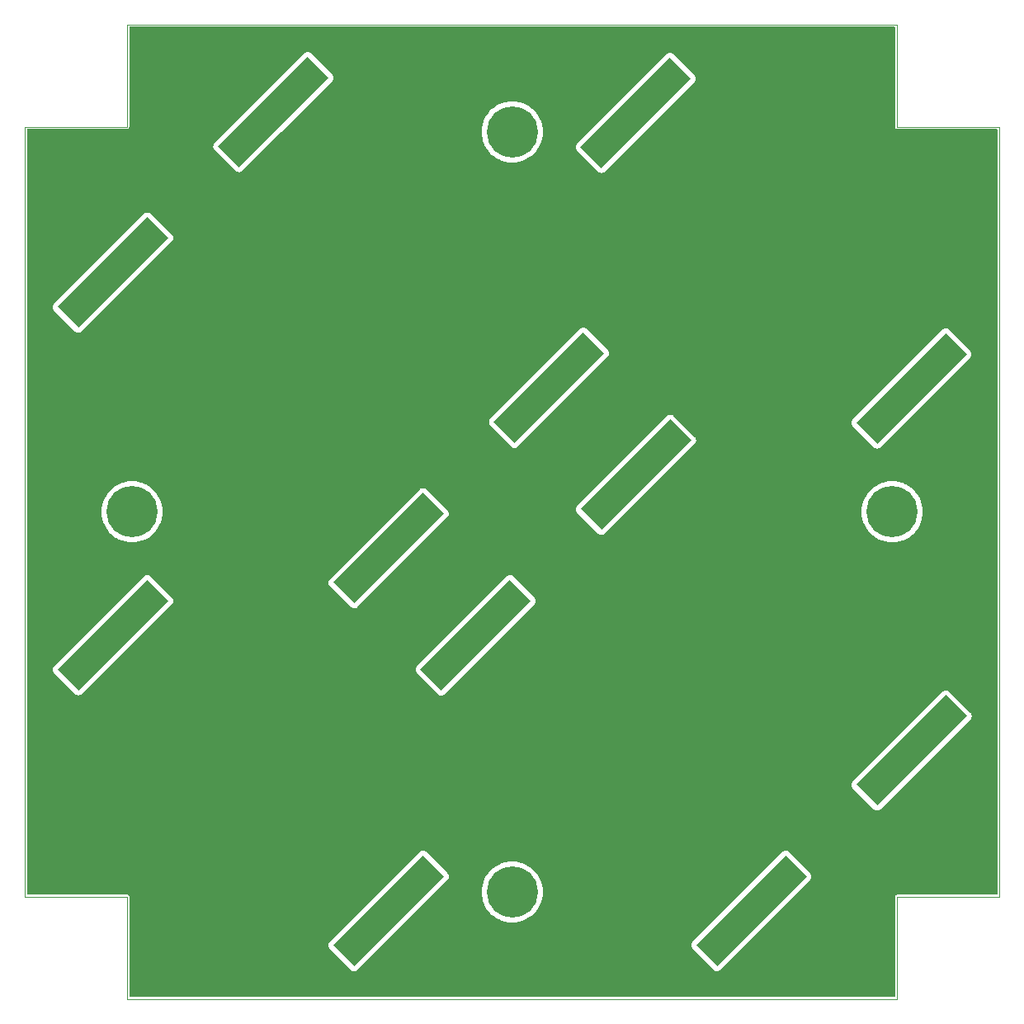
<source format=gbr>
%TF.GenerationSoftware,KiCad,Pcbnew,7.0.5*%
%TF.CreationDate,2023-06-21T14:57:03-07:00*%
%TF.ProjectId,solar-panel-side-Z,736f6c61-722d-4706-916e-656c2d736964,3.1*%
%TF.SameCoordinates,Original*%
%TF.FileFunction,Copper,L1,Top*%
%TF.FilePolarity,Positive*%
%FSLAX46Y46*%
G04 Gerber Fmt 4.6, Leading zero omitted, Abs format (unit mm)*
G04 Created by KiCad (PCBNEW 7.0.5) date 2023-06-21 14:57:03*
%MOMM*%
%LPD*%
G01*
G04 APERTURE LIST*
G04 Aperture macros list*
%AMRotRect*
0 Rectangle, with rotation*
0 The origin of the aperture is its center*
0 $1 length*
0 $2 width*
0 $3 Rotation angle, in degrees counterclockwise*
0 Add horizontal line*
21,1,$1,$2,0,0,$3*%
G04 Aperture macros list end*
%TA.AperFunction,ComponentPad*%
%ADD10C,5.250000*%
%TD*%
%TA.AperFunction,SMDPad,CuDef*%
%ADD11RotRect,13.000000X3.000000X45.000000*%
%TD*%
%TA.AperFunction,SMDPad,CuDef*%
%ADD12RotRect,13.000000X3.000000X225.000000*%
%TD*%
%TA.AperFunction,Conductor*%
%ADD13C,0.500000*%
%TD*%
%TA.AperFunction,Profile*%
%ADD14C,0.050000*%
%TD*%
G04 APERTURE END LIST*
D10*
%TO.P,J4,1,Pin_1*%
%TO.N,unconnected-(J4-Pad1)*%
X110500000Y-85000000D03*
%TD*%
%TO.P,J5,1,Pin_1*%
%TO.N,unconnected-(J5-Pad1)*%
X149500000Y-124000000D03*
%TD*%
%TO.P,J6,1,Pin_1*%
%TO.N,unconnected-(J6-Pad1)*%
X149500000Y-46000000D03*
%TD*%
%TO.P,J7,1,Pin_1*%
%TO.N,unconnected-(J7-Pad1)*%
X188500000Y-85000000D03*
%TD*%
D11*
%TO.P,SC5,1,+*%
%TO.N,Net-(D3-Pad2)*%
X108537864Y-97657864D03*
%TO.P,SC5,2,-*%
%TO.N,Net-(SC5-Pad2)*%
X136822136Y-125942136D03*
%TD*%
%TO.P,SC3,1,+*%
%TO.N,Net-(D2-Pad2)*%
X125000000Y-43980000D03*
%TO.P,SC3,2,-*%
%TO.N,Net-(SC3-Pad2)*%
X153284272Y-72264272D03*
%TD*%
D12*
%TO.P,SC4,1,+*%
%TO.N,Net-(SC3-Pad2)*%
X136824272Y-88734272D03*
%TO.P,SC4,2,-*%
%TO.N,GND*%
X108540000Y-60450000D03*
%TD*%
D11*
%TO.P,SC6,1,+*%
%TO.N,Net-(SC5-Pad2)*%
X145755728Y-97665728D03*
%TO.P,SC6,2,-*%
%TO.N,GND*%
X174040000Y-125950000D03*
%TD*%
D12*
%TO.P,SC2,1,+*%
%TO.N,Net-(SC1-Pad2)*%
X190462136Y-72342136D03*
%TO.P,SC2,2,-*%
%TO.N,GND*%
X162177864Y-44057864D03*
%TD*%
%TO.P,SC1,1,+*%
%TO.N,Net-(D1-Pad2)*%
X190480000Y-109480000D03*
%TO.P,SC1,2,-*%
%TO.N,Net-(SC1-Pad2)*%
X162195728Y-81195728D03*
%TD*%
D13*
%TO.N,Net-(SC5-Pad2)*%
X145755728Y-97665728D02*
X145755728Y-97674272D01*
%TD*%
%TA.AperFunction,Conductor*%
%TO.N,+3V3*%
G36*
X188741621Y-35220502D02*
G01*
X188788114Y-35274158D01*
X188799499Y-35326499D01*
X188799499Y-40444462D01*
X188799499Y-45506423D01*
X188799500Y-45506428D01*
X188799500Y-45545763D01*
X188803396Y-45553854D01*
X188812711Y-45580475D01*
X188814710Y-45589231D01*
X188814711Y-45589232D01*
X188820304Y-45596245D01*
X188835317Y-45620136D01*
X188839212Y-45628224D01*
X188846229Y-45633820D01*
X188866180Y-45653771D01*
X188871776Y-45660788D01*
X188879863Y-45664682D01*
X188903749Y-45679692D01*
X188910769Y-45685290D01*
X188919521Y-45687287D01*
X188946149Y-45696605D01*
X188954237Y-45700500D01*
X188977410Y-45700500D01*
X199173500Y-45700500D01*
X199241621Y-45720502D01*
X199288114Y-45774158D01*
X199299500Y-45826500D01*
X199299500Y-124173500D01*
X199279498Y-124241621D01*
X199225842Y-124288114D01*
X199173500Y-124299500D01*
X188954234Y-124299500D01*
X188946142Y-124303397D01*
X188919526Y-124312710D01*
X188910771Y-124314708D01*
X188910765Y-124314711D01*
X188903742Y-124320312D01*
X188879870Y-124335312D01*
X188871781Y-124339208D01*
X188871776Y-124339212D01*
X188866177Y-124346233D01*
X188846235Y-124366174D01*
X188839213Y-124371775D01*
X188839212Y-124371776D01*
X188839208Y-124371781D01*
X188835312Y-124379870D01*
X188820312Y-124403742D01*
X188814711Y-124410765D01*
X188814708Y-124410771D01*
X188812710Y-124419526D01*
X188803397Y-124446142D01*
X188799500Y-124454234D01*
X188799500Y-134673500D01*
X188779498Y-134741621D01*
X188725842Y-134788114D01*
X188673500Y-134799500D01*
X110326500Y-134799500D01*
X110258379Y-134779498D01*
X110211886Y-134725842D01*
X110200500Y-134673500D01*
X110200500Y-129477673D01*
X130651553Y-129477673D01*
X130672361Y-129622399D01*
X130672362Y-129622402D01*
X130733104Y-129755412D01*
X130733107Y-129755416D01*
X130771324Y-129802839D01*
X130771327Y-129802843D01*
X132961428Y-131992944D01*
X132961432Y-131992947D01*
X132971190Y-132000811D01*
X133008859Y-132031167D01*
X133141868Y-132091909D01*
X133141869Y-132091909D01*
X133141872Y-132091910D01*
X133286599Y-132112719D01*
X133286602Y-132112719D01*
X133286605Y-132112719D01*
X133431331Y-132091910D01*
X133431333Y-132091909D01*
X133431336Y-132091909D01*
X133516093Y-132053202D01*
X133564339Y-132031170D01*
X133564340Y-132031169D01*
X133564345Y-132031167D01*
X133611774Y-131992946D01*
X136119183Y-129485537D01*
X167869417Y-129485537D01*
X167890225Y-129630263D01*
X167890226Y-129630266D01*
X167950968Y-129763276D01*
X167950971Y-129763280D01*
X167989188Y-129810703D01*
X167989191Y-129810707D01*
X170179292Y-132000808D01*
X170179296Y-132000811D01*
X170216964Y-132031167D01*
X170226723Y-132039031D01*
X170359732Y-132099773D01*
X170359733Y-132099773D01*
X170359736Y-132099774D01*
X170504463Y-132120583D01*
X170504466Y-132120583D01*
X170504469Y-132120583D01*
X170649195Y-132099774D01*
X170649197Y-132099773D01*
X170649200Y-132099773D01*
X170733957Y-132061066D01*
X170782203Y-132039034D01*
X170782204Y-132039033D01*
X170782209Y-132039031D01*
X170829638Y-132000810D01*
X180090810Y-122739638D01*
X180129031Y-122692209D01*
X180132623Y-122684345D01*
X180189773Y-122559199D01*
X180189774Y-122559195D01*
X180196657Y-122511320D01*
X180210583Y-122414466D01*
X180198475Y-122330254D01*
X180189774Y-122269736D01*
X180189773Y-122269733D01*
X180186183Y-122261872D01*
X180129031Y-122136723D01*
X180122690Y-122128855D01*
X180090811Y-122089296D01*
X180090808Y-122089292D01*
X177900707Y-119899191D01*
X177900703Y-119899188D01*
X177853280Y-119860971D01*
X177853276Y-119860968D01*
X177720266Y-119800226D01*
X177720263Y-119800225D01*
X177575537Y-119779417D01*
X177575531Y-119779417D01*
X177430804Y-119800225D01*
X177430800Y-119800226D01*
X177297796Y-119860965D01*
X177297787Y-119860971D01*
X177250364Y-119899188D01*
X177250360Y-119899191D01*
X167989191Y-129160360D01*
X167989188Y-129160364D01*
X167950971Y-129207787D01*
X167950965Y-129207796D01*
X167890226Y-129340800D01*
X167890225Y-129340804D01*
X167869417Y-129485530D01*
X167869417Y-129485537D01*
X136119183Y-129485537D01*
X141604720Y-124000000D01*
X146361563Y-124000000D01*
X146381296Y-124351389D01*
X146381296Y-124351390D01*
X146435573Y-124670841D01*
X146440250Y-124698368D01*
X146517759Y-124967409D01*
X146537683Y-125036564D01*
X146672361Y-125361706D01*
X146672366Y-125361717D01*
X146672373Y-125361729D01*
X146842602Y-125669738D01*
X146842606Y-125669745D01*
X147046268Y-125956779D01*
X147046273Y-125956786D01*
X147147692Y-126070274D01*
X147280790Y-126219210D01*
X147447448Y-126368144D01*
X147543213Y-126453726D01*
X147543220Y-126453731D01*
X147830254Y-126657393D01*
X147830261Y-126657397D01*
X147943389Y-126719920D01*
X148138283Y-126827634D01*
X148463440Y-126962318D01*
X148801632Y-127059750D01*
X149148607Y-127118703D01*
X149500000Y-127138437D01*
X149851393Y-127118703D01*
X150198368Y-127059750D01*
X150536560Y-126962318D01*
X150861717Y-126827634D01*
X151169749Y-126657391D01*
X151456783Y-126453729D01*
X151719210Y-126219210D01*
X151953729Y-125956783D01*
X152157391Y-125669749D01*
X152327634Y-125361717D01*
X152462318Y-125036560D01*
X152559750Y-124698368D01*
X152618703Y-124351393D01*
X152638437Y-124000000D01*
X152618703Y-123648607D01*
X152559750Y-123301632D01*
X152462318Y-122963440D01*
X152327634Y-122638283D01*
X152199589Y-122406602D01*
X152157397Y-122330261D01*
X152157393Y-122330254D01*
X152108871Y-122261868D01*
X151953729Y-122043217D01*
X151953728Y-122043216D01*
X151953726Y-122043213D01*
X151868144Y-121947448D01*
X151719210Y-121780790D01*
X151570274Y-121647692D01*
X151456786Y-121546273D01*
X151456779Y-121546268D01*
X151169745Y-121342606D01*
X151169738Y-121342602D01*
X150949669Y-121220975D01*
X150861717Y-121172366D01*
X150861710Y-121172363D01*
X150861706Y-121172361D01*
X150536564Y-121037683D01*
X150467409Y-121017759D01*
X150198368Y-120940250D01*
X150198362Y-120940249D01*
X150198359Y-120940248D01*
X149851389Y-120881296D01*
X149500000Y-120861563D01*
X149148610Y-120881296D01*
X149148609Y-120881296D01*
X148801640Y-120940248D01*
X148801634Y-120940249D01*
X148801632Y-120940250D01*
X148663330Y-120980094D01*
X148463435Y-121037683D01*
X148138293Y-121172361D01*
X148138270Y-121172373D01*
X147830261Y-121342602D01*
X147830254Y-121342606D01*
X147543220Y-121546268D01*
X147543213Y-121546273D01*
X147280790Y-121780790D01*
X147046273Y-122043213D01*
X147046268Y-122043220D01*
X146842606Y-122330254D01*
X146842602Y-122330261D01*
X146672373Y-122638270D01*
X146672361Y-122638293D01*
X146537683Y-122963435D01*
X146440248Y-123301640D01*
X146381296Y-123648609D01*
X146381296Y-123648610D01*
X146361563Y-124000000D01*
X141604720Y-124000000D01*
X142872946Y-122731774D01*
X142911167Y-122684345D01*
X142971909Y-122551336D01*
X142991588Y-122414469D01*
X142992719Y-122406605D01*
X142992719Y-122406598D01*
X142971910Y-122261872D01*
X142971909Y-122261869D01*
X142911167Y-122128859D01*
X142911164Y-122128855D01*
X142872947Y-122081432D01*
X142872944Y-122081428D01*
X140682843Y-119891327D01*
X140682839Y-119891324D01*
X140635416Y-119853107D01*
X140635412Y-119853104D01*
X140502402Y-119792362D01*
X140502399Y-119792361D01*
X140357673Y-119771553D01*
X140357667Y-119771553D01*
X140212940Y-119792361D01*
X140212936Y-119792362D01*
X140079932Y-119853101D01*
X140079923Y-119853107D01*
X140032500Y-119891324D01*
X140032496Y-119891327D01*
X130771327Y-129152496D01*
X130771324Y-129152500D01*
X130733107Y-129199923D01*
X130733101Y-129199932D01*
X130672362Y-129332936D01*
X130672361Y-129332940D01*
X130651553Y-129477666D01*
X130651553Y-129477673D01*
X110200500Y-129477673D01*
X110200500Y-124454236D01*
X110196605Y-124446149D01*
X110187287Y-124419521D01*
X110185290Y-124410769D01*
X110179692Y-124403749D01*
X110164682Y-124379863D01*
X110160788Y-124371776D01*
X110153771Y-124366180D01*
X110133820Y-124346229D01*
X110128224Y-124339212D01*
X110120136Y-124335317D01*
X110096247Y-124320305D01*
X110089231Y-124314710D01*
X110080475Y-124312711D01*
X110053854Y-124303396D01*
X110045763Y-124299500D01*
X110045762Y-124299500D01*
X99826500Y-124299500D01*
X99758379Y-124279498D01*
X99711886Y-124225842D01*
X99700500Y-124173500D01*
X99700500Y-113015537D01*
X184309417Y-113015537D01*
X184330225Y-113160263D01*
X184330226Y-113160266D01*
X184390968Y-113293276D01*
X184390971Y-113293280D01*
X184429188Y-113340703D01*
X184429191Y-113340707D01*
X186619292Y-115530808D01*
X186619295Y-115530810D01*
X186666723Y-115569031D01*
X186799732Y-115629773D01*
X186799733Y-115629773D01*
X186799736Y-115629774D01*
X186944463Y-115650583D01*
X186944466Y-115650583D01*
X186944469Y-115650583D01*
X187089195Y-115629774D01*
X187089197Y-115629773D01*
X187089200Y-115629773D01*
X187173957Y-115591066D01*
X187222203Y-115569034D01*
X187222204Y-115569033D01*
X187222209Y-115569031D01*
X187269638Y-115530810D01*
X196530810Y-106269638D01*
X196569031Y-106222209D01*
X196629773Y-106089200D01*
X196650583Y-105944466D01*
X196629773Y-105799732D01*
X196569031Y-105666723D01*
X196530810Y-105619295D01*
X196530808Y-105619292D01*
X194340707Y-103429191D01*
X194340703Y-103429188D01*
X194293280Y-103390971D01*
X194293276Y-103390968D01*
X194160266Y-103330226D01*
X194160263Y-103330225D01*
X194015537Y-103309417D01*
X194015531Y-103309417D01*
X193870804Y-103330225D01*
X193870800Y-103330226D01*
X193737796Y-103390965D01*
X193737787Y-103390971D01*
X193690364Y-103429188D01*
X193690360Y-103429191D01*
X184429191Y-112690360D01*
X184429188Y-112690364D01*
X184390971Y-112737787D01*
X184390965Y-112737796D01*
X184330226Y-112870800D01*
X184330225Y-112870804D01*
X184309417Y-113015530D01*
X184309417Y-113015537D01*
X99700500Y-113015537D01*
X99700500Y-101193401D01*
X102367281Y-101193401D01*
X102388089Y-101338127D01*
X102388090Y-101338130D01*
X102448832Y-101471140D01*
X102448835Y-101471144D01*
X102487052Y-101518567D01*
X102487055Y-101518571D01*
X104677156Y-103708672D01*
X104677160Y-103708675D01*
X104686918Y-103716539D01*
X104724587Y-103746895D01*
X104857596Y-103807637D01*
X104857597Y-103807637D01*
X104857600Y-103807638D01*
X105002327Y-103828447D01*
X105002330Y-103828447D01*
X105002333Y-103828447D01*
X105147059Y-103807638D01*
X105147061Y-103807637D01*
X105147064Y-103807637D01*
X105231821Y-103768930D01*
X105280067Y-103746898D01*
X105280068Y-103746897D01*
X105280073Y-103746895D01*
X105327502Y-103708674D01*
X107834911Y-101201265D01*
X139585145Y-101201265D01*
X139605953Y-101345991D01*
X139605954Y-101345994D01*
X139666696Y-101479004D01*
X139666699Y-101479008D01*
X139704916Y-101526431D01*
X139704919Y-101526435D01*
X141895020Y-103716536D01*
X141895024Y-103716539D01*
X141932692Y-103746895D01*
X141942451Y-103754759D01*
X142075460Y-103815501D01*
X142075461Y-103815501D01*
X142075464Y-103815502D01*
X142220191Y-103836311D01*
X142220194Y-103836311D01*
X142220197Y-103836311D01*
X142364923Y-103815502D01*
X142364925Y-103815501D01*
X142364928Y-103815501D01*
X142449685Y-103776794D01*
X142497931Y-103754762D01*
X142497932Y-103754761D01*
X142497937Y-103754759D01*
X142545366Y-103716538D01*
X151806538Y-94455366D01*
X151844759Y-94407937D01*
X151848351Y-94400073D01*
X151905501Y-94274927D01*
X151905502Y-94274923D01*
X151926311Y-94130197D01*
X151926311Y-94130190D01*
X151905502Y-93985464D01*
X151905501Y-93985461D01*
X151901911Y-93977600D01*
X151844759Y-93852451D01*
X151838418Y-93844583D01*
X151806539Y-93805024D01*
X151806536Y-93805020D01*
X149616435Y-91614919D01*
X149616431Y-91614916D01*
X149569008Y-91576699D01*
X149569004Y-91576696D01*
X149435994Y-91515954D01*
X149435991Y-91515953D01*
X149291265Y-91495145D01*
X149291259Y-91495145D01*
X149146532Y-91515953D01*
X149146528Y-91515954D01*
X149013524Y-91576693D01*
X149013515Y-91576699D01*
X148966092Y-91614916D01*
X148966088Y-91614919D01*
X139704919Y-100876088D01*
X139704916Y-100876092D01*
X139666699Y-100923515D01*
X139666693Y-100923524D01*
X139605954Y-101056528D01*
X139605953Y-101056532D01*
X139585145Y-101201258D01*
X139585145Y-101201265D01*
X107834911Y-101201265D01*
X114588674Y-94447502D01*
X114626895Y-94400073D01*
X114687637Y-94267064D01*
X114707316Y-94130197D01*
X114708447Y-94122333D01*
X114708447Y-94122326D01*
X114687638Y-93977600D01*
X114687637Y-93977597D01*
X114626895Y-93844587D01*
X114626892Y-93844583D01*
X114588675Y-93797160D01*
X114588672Y-93797156D01*
X113061325Y-92269809D01*
X130653689Y-92269809D01*
X130674497Y-92414535D01*
X130674498Y-92414538D01*
X130735240Y-92547548D01*
X130735243Y-92547552D01*
X130773460Y-92594975D01*
X130773463Y-92594979D01*
X132963564Y-94785080D01*
X132963567Y-94785082D01*
X133010995Y-94823303D01*
X133144004Y-94884045D01*
X133144005Y-94884045D01*
X133144008Y-94884046D01*
X133288735Y-94904855D01*
X133288738Y-94904855D01*
X133288741Y-94904855D01*
X133433467Y-94884046D01*
X133433469Y-94884045D01*
X133433472Y-94884045D01*
X133518229Y-94845338D01*
X133566475Y-94823306D01*
X133566476Y-94823305D01*
X133566481Y-94823303D01*
X133613910Y-94785082D01*
X142875082Y-85523910D01*
X142913303Y-85476481D01*
X142974045Y-85343472D01*
X142994855Y-85198738D01*
X142994855Y-85198734D01*
X142974046Y-85054008D01*
X142974045Y-85054005D01*
X142953494Y-85009004D01*
X142913303Y-84920995D01*
X142877039Y-84875996D01*
X142875083Y-84873568D01*
X142875080Y-84873564D01*
X142732781Y-84731265D01*
X156025145Y-84731265D01*
X156045953Y-84875991D01*
X156045954Y-84875994D01*
X156106696Y-85009004D01*
X156106699Y-85009008D01*
X156144916Y-85056431D01*
X156144919Y-85056435D01*
X158335020Y-87246536D01*
X158335023Y-87246538D01*
X158382451Y-87284759D01*
X158515460Y-87345501D01*
X158515461Y-87345501D01*
X158515464Y-87345502D01*
X158660191Y-87366311D01*
X158660194Y-87366311D01*
X158660197Y-87366311D01*
X158804923Y-87345502D01*
X158804925Y-87345501D01*
X158804928Y-87345501D01*
X158889685Y-87306794D01*
X158937931Y-87284762D01*
X158937932Y-87284761D01*
X158937937Y-87284759D01*
X158985366Y-87246538D01*
X161231905Y-84999999D01*
X185361563Y-84999999D01*
X185381296Y-85351389D01*
X185381296Y-85351390D01*
X185440248Y-85698359D01*
X185440250Y-85698368D01*
X185517759Y-85967409D01*
X185537683Y-86036564D01*
X185672361Y-86361706D01*
X185672366Y-86361717D01*
X185672373Y-86361729D01*
X185842602Y-86669738D01*
X185842606Y-86669745D01*
X186046268Y-86956779D01*
X186046273Y-86956786D01*
X186147692Y-87070274D01*
X186280790Y-87219210D01*
X186354143Y-87284762D01*
X186543213Y-87453726D01*
X186543220Y-87453731D01*
X186830254Y-87657393D01*
X186830261Y-87657397D01*
X186943389Y-87719920D01*
X187138283Y-87827634D01*
X187463440Y-87962318D01*
X187801632Y-88059750D01*
X188148607Y-88118703D01*
X188500000Y-88138437D01*
X188851393Y-88118703D01*
X189198368Y-88059750D01*
X189536560Y-87962318D01*
X189861717Y-87827634D01*
X190169749Y-87657391D01*
X190456783Y-87453729D01*
X190719210Y-87219210D01*
X190953729Y-86956783D01*
X191157391Y-86669749D01*
X191327634Y-86361717D01*
X191462318Y-86036560D01*
X191559750Y-85698368D01*
X191618703Y-85351393D01*
X191638437Y-85000000D01*
X191618703Y-84648607D01*
X191559750Y-84301632D01*
X191462318Y-83963440D01*
X191327634Y-83638283D01*
X191157391Y-83330251D01*
X190953729Y-83043217D01*
X190953728Y-83043216D01*
X190953726Y-83043213D01*
X190868144Y-82947448D01*
X190719210Y-82780790D01*
X190567526Y-82645237D01*
X190456786Y-82546273D01*
X190456779Y-82546268D01*
X190169745Y-82342606D01*
X190169738Y-82342602D01*
X189949669Y-82220975D01*
X189861717Y-82172366D01*
X189861710Y-82172363D01*
X189861706Y-82172361D01*
X189536564Y-82037683D01*
X189467409Y-82017759D01*
X189198368Y-81940250D01*
X189198362Y-81940249D01*
X189198359Y-81940248D01*
X188851389Y-81881296D01*
X188500000Y-81861563D01*
X188148610Y-81881296D01*
X188148609Y-81881296D01*
X187801640Y-81940248D01*
X187801634Y-81940249D01*
X187801632Y-81940250D01*
X187663330Y-81980094D01*
X187463435Y-82037683D01*
X187138293Y-82172361D01*
X187138270Y-82172373D01*
X186830261Y-82342602D01*
X186830254Y-82342606D01*
X186543220Y-82546268D01*
X186543213Y-82546273D01*
X186280790Y-82780790D01*
X186046273Y-83043213D01*
X186046268Y-83043220D01*
X185842606Y-83330254D01*
X185842602Y-83330261D01*
X185672373Y-83638270D01*
X185672361Y-83638293D01*
X185537683Y-83963435D01*
X185440248Y-84301640D01*
X185381296Y-84648609D01*
X185381296Y-84648610D01*
X185361563Y-84999999D01*
X161231905Y-84999999D01*
X168246538Y-77985366D01*
X168284759Y-77937937D01*
X168345501Y-77804928D01*
X168366311Y-77660194D01*
X168366311Y-77660190D01*
X168345502Y-77515464D01*
X168345501Y-77515461D01*
X168284759Y-77382451D01*
X168284756Y-77382447D01*
X168246539Y-77335024D01*
X168246536Y-77335020D01*
X166789189Y-75877673D01*
X184291553Y-75877673D01*
X184312361Y-76022399D01*
X184312362Y-76022402D01*
X184373104Y-76155412D01*
X184373107Y-76155416D01*
X184411324Y-76202839D01*
X184411327Y-76202843D01*
X186601428Y-78392944D01*
X186601432Y-78392947D01*
X186627613Y-78414046D01*
X186648859Y-78431167D01*
X186781868Y-78491909D01*
X186781869Y-78491909D01*
X186781872Y-78491910D01*
X186926599Y-78512719D01*
X186926602Y-78512719D01*
X186926605Y-78512719D01*
X187071331Y-78491910D01*
X187071333Y-78491909D01*
X187071336Y-78491909D01*
X187156093Y-78453202D01*
X187204339Y-78431170D01*
X187204340Y-78431169D01*
X187204345Y-78431167D01*
X187251774Y-78392946D01*
X196512946Y-69131774D01*
X196551167Y-69084345D01*
X196565066Y-69053911D01*
X196586724Y-69006484D01*
X196611909Y-68951336D01*
X196632719Y-68806602D01*
X196611909Y-68661868D01*
X196551167Y-68528859D01*
X196512946Y-68481431D01*
X196512944Y-68481428D01*
X194322843Y-66291327D01*
X194322839Y-66291324D01*
X194275416Y-66253107D01*
X194275412Y-66253104D01*
X194142402Y-66192362D01*
X194142399Y-66192361D01*
X193997673Y-66171553D01*
X193997667Y-66171553D01*
X193852940Y-66192361D01*
X193852936Y-66192362D01*
X193719932Y-66253101D01*
X193719923Y-66253107D01*
X193672500Y-66291324D01*
X193672496Y-66291327D01*
X184411327Y-75552496D01*
X184411324Y-75552500D01*
X184373107Y-75599923D01*
X184373101Y-75599932D01*
X184312362Y-75732936D01*
X184312361Y-75732940D01*
X184291553Y-75877666D01*
X184291553Y-75877673D01*
X166789189Y-75877673D01*
X166056435Y-75144919D01*
X166056431Y-75144916D01*
X166009008Y-75106699D01*
X166009004Y-75106696D01*
X165875994Y-75045954D01*
X165875991Y-75045953D01*
X165731265Y-75025145D01*
X165731259Y-75025145D01*
X165586532Y-75045953D01*
X165586528Y-75045954D01*
X165453524Y-75106693D01*
X165453515Y-75106699D01*
X165406092Y-75144916D01*
X165406088Y-75144919D01*
X156144919Y-84406088D01*
X156144916Y-84406092D01*
X156106699Y-84453515D01*
X156106693Y-84453524D01*
X156045954Y-84586528D01*
X156045953Y-84586532D01*
X156025145Y-84731258D01*
X156025145Y-84731265D01*
X142732781Y-84731265D01*
X140684979Y-82683463D01*
X140684975Y-82683460D01*
X140637552Y-82645243D01*
X140637548Y-82645240D01*
X140504538Y-82584498D01*
X140504535Y-82584497D01*
X140359809Y-82563689D01*
X140359803Y-82563689D01*
X140215076Y-82584497D01*
X140215072Y-82584498D01*
X140082068Y-82645237D01*
X140082059Y-82645243D01*
X140034636Y-82683460D01*
X140034632Y-82683463D01*
X130773463Y-91944632D01*
X130773460Y-91944636D01*
X130735243Y-91992059D01*
X130735237Y-91992068D01*
X130674498Y-92125072D01*
X130674497Y-92125076D01*
X130653689Y-92269802D01*
X130653689Y-92269809D01*
X113061325Y-92269809D01*
X112398571Y-91607055D01*
X112398567Y-91607052D01*
X112351144Y-91568835D01*
X112351140Y-91568832D01*
X112218130Y-91508090D01*
X112218127Y-91508089D01*
X112073401Y-91487281D01*
X112073395Y-91487281D01*
X111928668Y-91508089D01*
X111928664Y-91508090D01*
X111795660Y-91568829D01*
X111795651Y-91568835D01*
X111748228Y-91607052D01*
X111748224Y-91607055D01*
X102487055Y-100868224D01*
X102487052Y-100868228D01*
X102448835Y-100915651D01*
X102448829Y-100915660D01*
X102388090Y-101048664D01*
X102388089Y-101048668D01*
X102367281Y-101193394D01*
X102367281Y-101193401D01*
X99700500Y-101193401D01*
X99700500Y-84999999D01*
X107361563Y-84999999D01*
X107381296Y-85351389D01*
X107381296Y-85351390D01*
X107440248Y-85698359D01*
X107440250Y-85698368D01*
X107517759Y-85967409D01*
X107537683Y-86036564D01*
X107672361Y-86361706D01*
X107672366Y-86361717D01*
X107672373Y-86361729D01*
X107842602Y-86669738D01*
X107842606Y-86669745D01*
X108046268Y-86956779D01*
X108046273Y-86956786D01*
X108147692Y-87070274D01*
X108280790Y-87219210D01*
X108354143Y-87284762D01*
X108543213Y-87453726D01*
X108543220Y-87453731D01*
X108830254Y-87657393D01*
X108830261Y-87657397D01*
X108943389Y-87719920D01*
X109138283Y-87827634D01*
X109463440Y-87962318D01*
X109801632Y-88059750D01*
X110148607Y-88118703D01*
X110500000Y-88138437D01*
X110851393Y-88118703D01*
X111198368Y-88059750D01*
X111536560Y-87962318D01*
X111861717Y-87827634D01*
X112169749Y-87657391D01*
X112456783Y-87453729D01*
X112719210Y-87219210D01*
X112953729Y-86956783D01*
X113157391Y-86669749D01*
X113327634Y-86361717D01*
X113462318Y-86036560D01*
X113559750Y-85698368D01*
X113618703Y-85351393D01*
X113638437Y-85000000D01*
X113618703Y-84648607D01*
X113559750Y-84301632D01*
X113462318Y-83963440D01*
X113327634Y-83638283D01*
X113157391Y-83330251D01*
X112953729Y-83043217D01*
X112953728Y-83043216D01*
X112953726Y-83043213D01*
X112868144Y-82947448D01*
X112719210Y-82780790D01*
X112567526Y-82645237D01*
X112456786Y-82546273D01*
X112456779Y-82546268D01*
X112169745Y-82342606D01*
X112169738Y-82342602D01*
X111949669Y-82220975D01*
X111861717Y-82172366D01*
X111861710Y-82172363D01*
X111861706Y-82172361D01*
X111536564Y-82037683D01*
X111467409Y-82017759D01*
X111198368Y-81940250D01*
X111198362Y-81940249D01*
X111198359Y-81940248D01*
X110851389Y-81881296D01*
X110500000Y-81861563D01*
X110148610Y-81881296D01*
X110148609Y-81881296D01*
X109801640Y-81940248D01*
X109801634Y-81940249D01*
X109801632Y-81940250D01*
X109663330Y-81980094D01*
X109463435Y-82037683D01*
X109138293Y-82172361D01*
X109138270Y-82172373D01*
X108830261Y-82342602D01*
X108830254Y-82342606D01*
X108543220Y-82546268D01*
X108543213Y-82546273D01*
X108280790Y-82780790D01*
X108046273Y-83043213D01*
X108046268Y-83043220D01*
X107842606Y-83330254D01*
X107842602Y-83330261D01*
X107672373Y-83638270D01*
X107672361Y-83638293D01*
X107537683Y-83963435D01*
X107440248Y-84301640D01*
X107381296Y-84648609D01*
X107381296Y-84648610D01*
X107361563Y-84999999D01*
X99700500Y-84999999D01*
X99700500Y-75799809D01*
X147113689Y-75799809D01*
X147134497Y-75944535D01*
X147134498Y-75944538D01*
X147195240Y-76077548D01*
X147195243Y-76077552D01*
X147233460Y-76124975D01*
X147233463Y-76124979D01*
X149423564Y-78315080D01*
X149423567Y-78315082D01*
X149470995Y-78353303D01*
X149604004Y-78414045D01*
X149604005Y-78414045D01*
X149604008Y-78414046D01*
X149748735Y-78434855D01*
X149748738Y-78434855D01*
X149748741Y-78434855D01*
X149893467Y-78414046D01*
X149893469Y-78414045D01*
X149893472Y-78414045D01*
X149978229Y-78375338D01*
X150026475Y-78353306D01*
X150026476Y-78353305D01*
X150026481Y-78353303D01*
X150073910Y-78315082D01*
X159335082Y-69053910D01*
X159373303Y-69006481D01*
X159434045Y-68873472D01*
X159434046Y-68873467D01*
X159454855Y-68728741D01*
X159454855Y-68728734D01*
X159434046Y-68584008D01*
X159434045Y-68584005D01*
X159408861Y-68528859D01*
X159373303Y-68450995D01*
X159335082Y-68403567D01*
X159335080Y-68403564D01*
X157144979Y-66213463D01*
X157144975Y-66213460D01*
X157097552Y-66175243D01*
X157097548Y-66175240D01*
X156964538Y-66114498D01*
X156964535Y-66114497D01*
X156819809Y-66093689D01*
X156819803Y-66093689D01*
X156675076Y-66114497D01*
X156675072Y-66114498D01*
X156542068Y-66175237D01*
X156542059Y-66175243D01*
X156494636Y-66213460D01*
X156494632Y-66213463D01*
X147233463Y-75474632D01*
X147233460Y-75474636D01*
X147195243Y-75522059D01*
X147195237Y-75522068D01*
X147134498Y-75655072D01*
X147134497Y-75655076D01*
X147113689Y-75799802D01*
X147113689Y-75799809D01*
X99700500Y-75799809D01*
X99700500Y-63985537D01*
X102369417Y-63985537D01*
X102390225Y-64130263D01*
X102390226Y-64130266D01*
X102450968Y-64263276D01*
X102450971Y-64263280D01*
X102489188Y-64310703D01*
X102489191Y-64310707D01*
X104679292Y-66500808D01*
X104679295Y-66500810D01*
X104726723Y-66539031D01*
X104859732Y-66599773D01*
X104859733Y-66599773D01*
X104859736Y-66599774D01*
X105004463Y-66620583D01*
X105004466Y-66620583D01*
X105004469Y-66620583D01*
X105149195Y-66599774D01*
X105149197Y-66599773D01*
X105149200Y-66599773D01*
X105233957Y-66561066D01*
X105282203Y-66539034D01*
X105282204Y-66539033D01*
X105282209Y-66539031D01*
X105329638Y-66500810D01*
X114590810Y-57239638D01*
X114629031Y-57192209D01*
X114689773Y-57059200D01*
X114710583Y-56914466D01*
X114710583Y-56914462D01*
X114689774Y-56769736D01*
X114689773Y-56769733D01*
X114629031Y-56636723D01*
X114629028Y-56636719D01*
X114590811Y-56589296D01*
X114590808Y-56589292D01*
X112400707Y-54399191D01*
X112400703Y-54399188D01*
X112353280Y-54360971D01*
X112353276Y-54360968D01*
X112220266Y-54300226D01*
X112220263Y-54300225D01*
X112075537Y-54279417D01*
X112075531Y-54279417D01*
X111930804Y-54300225D01*
X111930800Y-54300226D01*
X111797796Y-54360965D01*
X111797787Y-54360971D01*
X111750364Y-54399188D01*
X111750360Y-54399191D01*
X102489191Y-63660360D01*
X102489188Y-63660364D01*
X102450971Y-63707787D01*
X102450965Y-63707796D01*
X102390226Y-63840800D01*
X102390225Y-63840804D01*
X102369417Y-63985530D01*
X102369417Y-63985537D01*
X99700500Y-63985537D01*
X99700500Y-47515537D01*
X118829417Y-47515537D01*
X118850225Y-47660263D01*
X118850226Y-47660266D01*
X118910968Y-47793276D01*
X118910971Y-47793280D01*
X118949188Y-47840703D01*
X118949191Y-47840707D01*
X121139292Y-50030808D01*
X121139295Y-50030810D01*
X121186723Y-50069031D01*
X121319732Y-50129773D01*
X121319733Y-50129773D01*
X121319736Y-50129774D01*
X121464463Y-50150583D01*
X121464466Y-50150583D01*
X121464469Y-50150583D01*
X121609195Y-50129774D01*
X121609197Y-50129773D01*
X121609200Y-50129773D01*
X121693957Y-50091066D01*
X121742203Y-50069034D01*
X121742204Y-50069033D01*
X121742209Y-50069031D01*
X121789638Y-50030810D01*
X125820449Y-45999999D01*
X146361563Y-45999999D01*
X146381296Y-46351389D01*
X146381296Y-46351390D01*
X146381297Y-46351393D01*
X146440250Y-46698368D01*
X146517759Y-46967409D01*
X146537683Y-47036564D01*
X146672361Y-47361706D01*
X146672366Y-47361717D01*
X146720420Y-47448664D01*
X146842602Y-47669738D01*
X146842606Y-47669745D01*
X147046268Y-47956779D01*
X147046273Y-47956786D01*
X147147692Y-48070274D01*
X147280790Y-48219210D01*
X147447448Y-48368144D01*
X147543213Y-48453726D01*
X147543220Y-48453731D01*
X147830254Y-48657393D01*
X147830261Y-48657397D01*
X147943389Y-48719920D01*
X148138283Y-48827634D01*
X148463440Y-48962318D01*
X148801632Y-49059750D01*
X149148607Y-49118703D01*
X149500000Y-49138437D01*
X149851393Y-49118703D01*
X150198368Y-49059750D01*
X150536560Y-48962318D01*
X150861717Y-48827634D01*
X151169749Y-48657391D01*
X151456783Y-48453729D01*
X151719210Y-48219210D01*
X151953729Y-47956783D01*
X152157391Y-47669749D01*
X152199587Y-47593401D01*
X156007281Y-47593401D01*
X156028089Y-47738127D01*
X156028090Y-47738130D01*
X156088832Y-47871140D01*
X156088835Y-47871144D01*
X156127052Y-47918567D01*
X156127055Y-47918571D01*
X158317156Y-50108672D01*
X158317160Y-50108675D01*
X158343341Y-50129774D01*
X158364587Y-50146895D01*
X158497596Y-50207637D01*
X158497597Y-50207637D01*
X158497600Y-50207638D01*
X158642327Y-50228447D01*
X158642330Y-50228447D01*
X158642333Y-50228447D01*
X158787059Y-50207638D01*
X158787061Y-50207637D01*
X158787064Y-50207637D01*
X158871821Y-50168930D01*
X158920067Y-50146898D01*
X158920068Y-50146897D01*
X158920073Y-50146895D01*
X158967502Y-50108674D01*
X168228674Y-40847502D01*
X168266895Y-40800073D01*
X168280794Y-40769639D01*
X168302452Y-40722212D01*
X168327637Y-40667064D01*
X168327638Y-40667059D01*
X168348447Y-40522333D01*
X168348447Y-40522326D01*
X168327638Y-40377600D01*
X168327637Y-40377597D01*
X168266895Y-40244587D01*
X168266892Y-40244583D01*
X168228675Y-40197160D01*
X168228672Y-40197156D01*
X166038571Y-38007055D01*
X166038567Y-38007052D01*
X165991144Y-37968835D01*
X165991140Y-37968832D01*
X165858130Y-37908090D01*
X165858127Y-37908089D01*
X165713401Y-37887281D01*
X165713395Y-37887281D01*
X165568668Y-37908089D01*
X165568664Y-37908090D01*
X165435660Y-37968829D01*
X165435651Y-37968835D01*
X165388228Y-38007052D01*
X165388224Y-38007055D01*
X156127055Y-47268224D01*
X156127052Y-47268228D01*
X156088835Y-47315651D01*
X156088829Y-47315660D01*
X156028090Y-47448664D01*
X156028089Y-47448668D01*
X156007281Y-47593394D01*
X156007281Y-47593401D01*
X152199587Y-47593401D01*
X152327634Y-47361717D01*
X152462318Y-47036560D01*
X152559750Y-46698368D01*
X152618703Y-46351393D01*
X152638437Y-46000000D01*
X152618703Y-45648607D01*
X152559750Y-45301632D01*
X152462318Y-44963440D01*
X152327634Y-44638283D01*
X152157391Y-44330251D01*
X151953729Y-44043217D01*
X151953728Y-44043216D01*
X151953726Y-44043213D01*
X151868144Y-43947448D01*
X151719210Y-43780790D01*
X151570274Y-43647692D01*
X151456786Y-43546273D01*
X151456779Y-43546268D01*
X151169745Y-43342606D01*
X151169738Y-43342602D01*
X150949669Y-43220975D01*
X150861717Y-43172366D01*
X150861710Y-43172363D01*
X150861706Y-43172361D01*
X150536564Y-43037683D01*
X150467409Y-43017759D01*
X150198368Y-42940250D01*
X150198362Y-42940249D01*
X150198359Y-42940248D01*
X149851389Y-42881296D01*
X149523731Y-42862895D01*
X149500000Y-42861563D01*
X149499999Y-42861563D01*
X149148610Y-42881296D01*
X149148609Y-42881296D01*
X148801640Y-42940248D01*
X148801634Y-42940249D01*
X148801632Y-42940250D01*
X148663330Y-42980094D01*
X148463435Y-43037683D01*
X148138293Y-43172361D01*
X148138270Y-43172373D01*
X147830261Y-43342602D01*
X147830254Y-43342606D01*
X147543220Y-43546268D01*
X147543213Y-43546273D01*
X147280790Y-43780790D01*
X147046273Y-44043213D01*
X147046268Y-44043220D01*
X146842606Y-44330254D01*
X146842602Y-44330261D01*
X146672373Y-44638270D01*
X146672361Y-44638293D01*
X146537683Y-44963435D01*
X146537682Y-44963440D01*
X146440865Y-45299500D01*
X146440248Y-45301640D01*
X146381296Y-45648609D01*
X146381296Y-45648610D01*
X146361563Y-45999999D01*
X125820449Y-45999999D01*
X131050810Y-40769638D01*
X131089031Y-40722209D01*
X131149773Y-40589200D01*
X131149774Y-40589195D01*
X131170583Y-40444469D01*
X131170583Y-40444462D01*
X131149774Y-40299736D01*
X131149773Y-40299733D01*
X131124589Y-40244587D01*
X131089031Y-40166723D01*
X131050810Y-40119295D01*
X131050808Y-40119292D01*
X128860707Y-37929191D01*
X128860703Y-37929188D01*
X128813280Y-37890971D01*
X128813276Y-37890968D01*
X128680266Y-37830226D01*
X128680263Y-37830225D01*
X128535537Y-37809417D01*
X128535531Y-37809417D01*
X128390804Y-37830225D01*
X128390800Y-37830226D01*
X128257796Y-37890965D01*
X128257787Y-37890971D01*
X128210364Y-37929188D01*
X128210360Y-37929191D01*
X118949191Y-47190360D01*
X118949188Y-47190364D01*
X118910971Y-47237787D01*
X118910965Y-47237796D01*
X118850226Y-47370800D01*
X118850225Y-47370804D01*
X118829417Y-47515530D01*
X118829417Y-47515537D01*
X99700500Y-47515537D01*
X99700500Y-45826500D01*
X99720502Y-45758379D01*
X99774158Y-45711886D01*
X99826500Y-45700500D01*
X110045762Y-45700500D01*
X110045763Y-45700500D01*
X110053850Y-45696605D01*
X110080482Y-45687286D01*
X110089231Y-45685290D01*
X110096249Y-45679692D01*
X110120143Y-45664679D01*
X110128224Y-45660788D01*
X110133817Y-45653773D01*
X110153773Y-45633817D01*
X110160788Y-45628224D01*
X110164679Y-45620143D01*
X110179692Y-45596249D01*
X110185290Y-45589231D01*
X110187287Y-45580480D01*
X110196605Y-45553850D01*
X110200500Y-45545763D01*
X110200500Y-45454237D01*
X110200500Y-45454236D01*
X110200500Y-35326500D01*
X110220502Y-35258379D01*
X110274158Y-35211886D01*
X110326500Y-35200500D01*
X188673500Y-35200500D01*
X188741621Y-35220502D01*
G37*
%TD.AperFunction*%
%TD*%
D14*
X189000000Y-135000000D02*
X110000000Y-135000000D01*
X110000000Y-124500000D02*
X99500000Y-124500000D01*
X110000000Y-45500000D02*
X110000000Y-35000000D01*
X189000000Y-45500000D02*
X199500000Y-45500000D01*
X99500000Y-124500000D02*
X99500000Y-45500000D01*
X199500000Y-124500000D02*
X189000000Y-124500000D01*
X110000000Y-35000000D02*
X189000000Y-35000000D01*
X199500000Y-45500000D02*
X199500000Y-124500000D01*
X189000000Y-124500000D02*
X189000000Y-135000000D01*
X99500000Y-45500000D02*
X110000000Y-45500000D01*
X189000000Y-35000000D02*
X189000000Y-45500000D01*
X110000000Y-135000000D02*
X110000000Y-124500000D01*
M02*

</source>
